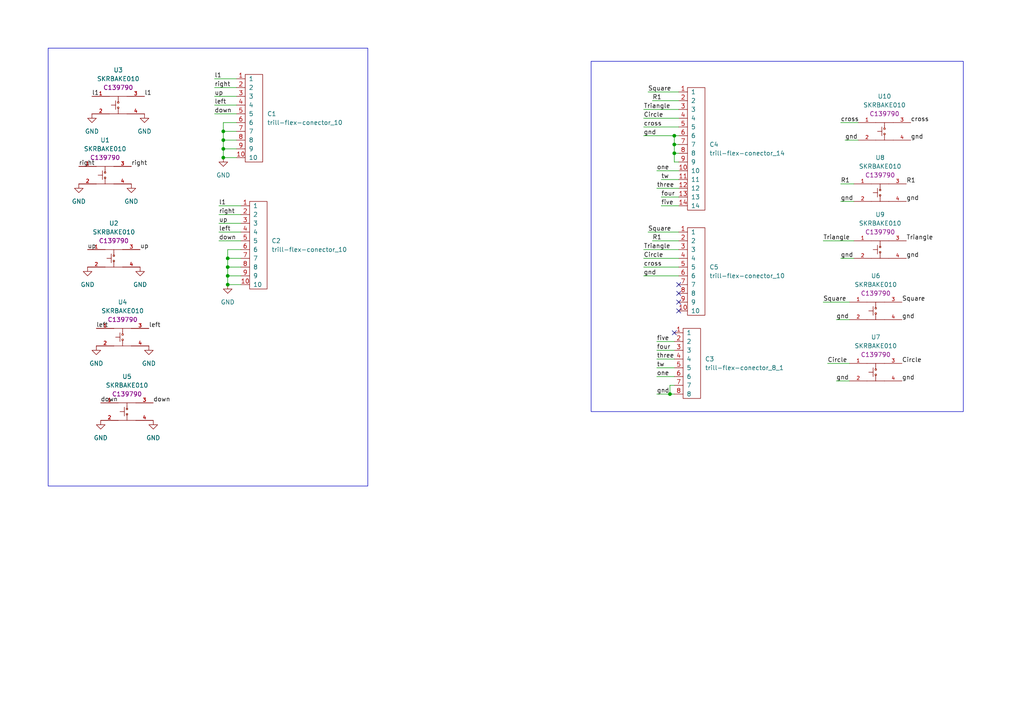
<source format=kicad_sch>
(kicad_sch (version 20230121) (generator eeschema)
  (paper "A4")
  (lib_symbols
    (symbol "JLCPCB_schematic:SKRBAKE010" (pin_names hide)
      (property "Reference" "U" (at 0 1.27 0))
      (property "Value" "SKRBAKE010" (at 0 -2.54 0))
      (property "LCSC" "C139790" (at 0 0 0))
      (symbol "SKRBAKE010_0_0"
        (circle (center 0 -13.462) (radius 0.254) (fill (type background)))
        (circle (center 0 -11.938) (radius 0.254) (fill (type background)))
        (polyline (pts (xy -2.54 -15.24) (xy 2.54 -15.24)))
        (polyline (pts (xy -2.54 -10.16) (xy 2.54 -10.16)))
        (polyline (pts (xy -0.762 -13.97) (xy -0.762 -11.43)))
        (polyline (pts (xy -0.762 -12.7) (xy -2.032 -12.7)))
        (polyline (pts (xy 0 -15.24) (xy 0 -13.462)))
        (polyline (pts (xy 0 -11.176) (xy 0 -11.938)))
        (polyline (pts (xy 0 -10.16) (xy 0 -11.176)))
        (pin unspecified line (at -7.62 -10.16 0) (length 5.08) (name "1") (number "1"))
        (pin unspecified line (at -7.62 -15.24 0) (length 5.08) (name "2") (number "2"))
        (pin unspecified line (at 7.62 -10.16 180) (length 5.08) (name "3") (number "3"))
        (pin unspecified line (at 7.62 -15.24 180) (length 5.08) (name "4") (number "4"))
      )
    )
    (symbol "consolizer:flex-conector_10" (pin_names (offset 1.016))
      (property "Reference" "C" (at 0 2.54 0))
      (property "Value" "flex-conector_10" (at 0 5.08 0))
      (symbol "flex-conector_10_0_1"
        (rectangle (start -2.54 -2.54) (end 2.54 -27.94))
      )
      (symbol "flex-conector_10_1_1"
        (pin input line (at -5.08 -3.81 0) (length 2.54) (name "1") (number "1"))
        (pin input line (at -5.08 -26.67 0) (length 2.54) (name "10") (number "10"))
        (pin input line (at -5.08 -6.35 0) (length 2.54) (name "2") (number "2"))
        (pin input line (at -5.08 -8.89 0) (length 2.54) (name "3") (number "3"))
        (pin input line (at -5.08 -11.43 0) (length 2.54) (name "4") (number "4"))
        (pin input line (at -5.08 -13.97 0) (length 2.54) (name "5") (number "5"))
        (pin input line (at -5.08 -16.51 0) (length 2.54) (name "6") (number "6"))
        (pin input line (at -5.08 -19.05 0) (length 2.54) (name "7") (number "7"))
        (pin input line (at -5.08 -21.59 0) (length 2.54) (name "8") (number "8"))
        (pin input line (at -5.08 -24.13 0) (length 2.54) (name "9") (number "9"))
      )
    )
    (symbol "consolizer:flex-conector_14" (pin_names (offset 1.016))
      (property "Reference" "C" (at 0 2.54 0))
      (property "Value" "flex-conector_14" (at 0 5.08 0))
      (symbol "flex-conector_14_0_1"
        (rectangle (start -2.54 -2.54) (end 2.54 -38.1))
      )
      (symbol "flex-conector_14_1_1"
        (pin input line (at -5.08 -3.81 0) (length 2.54) (name "1") (number "1"))
        (pin input line (at -5.08 -26.67 0) (length 2.54) (name "10") (number "10"))
        (pin input line (at -5.08 -29.21 0) (length 2.54) (name "11") (number "11"))
        (pin input line (at -5.08 -31.75 0) (length 2.54) (name "12") (number "12"))
        (pin input line (at -5.08 -34.29 0) (length 2.54) (name "13") (number "13"))
        (pin input line (at -5.08 -36.83 0) (length 2.54) (name "14") (number "14"))
        (pin input line (at -5.08 -6.35 0) (length 2.54) (name "2") (number "2"))
        (pin input line (at -5.08 -8.89 0) (length 2.54) (name "3") (number "3"))
        (pin input line (at -5.08 -11.43 0) (length 2.54) (name "4") (number "4"))
        (pin input line (at -5.08 -13.97 0) (length 2.54) (name "5") (number "5"))
        (pin input line (at -5.08 -16.51 0) (length 2.54) (name "6") (number "6"))
        (pin input line (at -5.08 -19.05 0) (length 2.54) (name "7") (number "7"))
        (pin input line (at -5.08 -21.59 0) (length 2.54) (name "8") (number "8"))
        (pin input line (at -5.08 -24.13 0) (length 2.54) (name "9") (number "9"))
      )
    )
    (symbol "consolizer:flex-conector_8" (pin_names (offset 1.016))
      (property "Reference" "C" (at 0 2.54 0))
      (property "Value" "flex-conector_8" (at 0 5.08 0))
      (symbol "flex-conector_8_0_1"
        (rectangle (start -2.54 -2.54) (end 2.54 -22.86))
      )
      (symbol "flex-conector_8_1_1"
        (pin input line (at -5.08 -3.81 0) (length 2.54) (name "1") (number "1"))
        (pin input line (at -5.08 -6.35 0) (length 2.54) (name "2") (number "2"))
        (pin input line (at -5.08 -8.89 0) (length 2.54) (name "3") (number "3"))
        (pin input line (at -5.08 -11.43 0) (length 2.54) (name "4") (number "4"))
        (pin input line (at -5.08 -13.97 0) (length 2.54) (name "5") (number "5"))
        (pin input line (at -5.08 -16.51 0) (length 2.54) (name "6") (number "6"))
        (pin input line (at -5.08 -19.05 0) (length 2.54) (name "7") (number "7"))
        (pin input line (at -5.08 -21.59 0) (length 2.54) (name "8") (number "8"))
      )
    )
    (symbol "consolizer:trill-flex-conector_10" (pin_names (offset 1.016))
      (property "Reference" "C" (at 0 2.54 0))
      (property "Value" "trill-flex-conector_10" (at 0 5.08 0))
      (symbol "trill-flex-conector_10_0_1"
        (rectangle (start -2.54 -2.54) (end 2.54 -27.94))
      )
      (symbol "trill-flex-conector_10_1_1"
        (pin input line (at -5.08 -3.81 0) (length 2.54) (name "1") (number "1"))
        (pin input line (at -5.08 -26.67 0) (length 2.54) (name "10") (number "10"))
        (pin input line (at -5.08 -6.35 0) (length 2.54) (name "2") (number "2"))
        (pin input line (at -5.08 -8.89 0) (length 2.54) (name "3") (number "3"))
        (pin input line (at -5.08 -11.43 0) (length 2.54) (name "4") (number "4"))
        (pin input line (at -5.08 -13.97 0) (length 2.54) (name "5") (number "5"))
        (pin input line (at -5.08 -16.51 0) (length 2.54) (name "6") (number "6"))
        (pin input line (at -5.08 -19.05 0) (length 2.54) (name "7") (number "7"))
        (pin input line (at -5.08 -21.59 0) (length 2.54) (name "8") (number "8"))
        (pin input line (at -5.08 -24.13 0) (length 2.54) (name "9") (number "9"))
      )
    )
    (symbol "power:GND" (power) (pin_names (offset 0))
      (property "Value" "GND" (at 0 -3.81 0))
      (symbol "GND_0_1"
        (polyline (pts (xy 0 0) (xy 0 -1.27) (xy 1.27 -1.27) (xy 0 -2.54) (xy -1.27 -1.27) (xy 0 -1.27)))
      )
      (symbol "GND_1_1"
        (pin power_in line (at 0 0 270) (length 0) hide (name "GND") (number "1"))
      )
    )
  )
  (junction (at 66.04 77.47))
  (junction (at 64.77 43.18))
  (junction (at 66.04 80.01))
  (junction (at 64.77 40.64))
  (junction (at 66.04 74.93))
  (junction (at 66.04 82.55))
  (junction (at 64.77 38.1))
  (junction (at 64.77 45.72))
  (junction (at 195.58 44.45))
  (junction (at 194.31 114.3))
  (junction (at 195.58 39.37))
  (junction (at 195.58 41.91))
  (no_connect (at 195.58 96.52))
  (no_connect (at 196.85 82.55))
  (no_connect (at 196.85 87.63))
  (no_connect (at 196.85 85.09))
  (no_connect (at 196.85 90.17))
  (wire (pts (xy 190.5 54.61) (xy 196.85 54.61)))
  (wire (pts (xy 191.77 59.69) (xy 196.85 59.69)))
  (wire (pts (xy 186.69 80.01) (xy 196.85 80.01)))
  (wire (pts (xy 196.85 44.45) (xy 195.58 44.45)))
  (wire (pts (xy 62.23 30.48) (xy 68.58 30.48)))
  (wire (pts (xy 243.84 58.42) (xy 247.65 58.42)))
  (wire (pts (xy 243.84 35.56) (xy 248.92 35.56)))
  (wire (pts (xy 66.04 72.39) (xy 66.04 74.93)))
  (wire (pts (xy 63.5 62.23) (xy 69.85 62.23)))
  (wire (pts (xy 190.5 99.06) (xy 195.58 99.06)))
  (wire (pts (xy 242.57 110.49) (xy 246.38 110.49)))
  (wire (pts (xy 69.85 74.93) (xy 66.04 74.93)))
  (wire (pts (xy 195.58 111.76) (xy 194.31 111.76)))
  (wire (pts (xy 245.11 40.64) (xy 248.92 40.64)))
  (wire (pts (xy 64.77 45.72) (xy 68.58 45.72)))
  (wire (pts (xy 62.23 25.4) (xy 68.58 25.4)))
  (wire (pts (xy 63.5 59.69) (xy 69.85 59.69)))
  (wire (pts (xy 195.58 46.99) (xy 195.58 44.45)))
  (wire (pts (xy 195.58 41.91) (xy 195.58 39.37)))
  (wire (pts (xy 64.77 43.18) (xy 64.77 45.72)))
  (wire (pts (xy 242.57 92.71) (xy 246.38 92.71)))
  (wire (pts (xy 62.23 22.86) (xy 68.58 22.86)))
  (wire (pts (xy 69.85 80.01) (xy 66.04 80.01)))
  (wire (pts (xy 190.5 49.53) (xy 196.85 49.53)))
  (wire (pts (xy 69.85 72.39) (xy 66.04 72.39)))
  (wire (pts (xy 66.04 80.01) (xy 66.04 82.55)))
  (wire (pts (xy 196.85 46.99) (xy 195.58 46.99)))
  (wire (pts (xy 62.23 27.94) (xy 68.58 27.94)))
  (wire (pts (xy 190.5 106.68) (xy 195.58 106.68)))
  (wire (pts (xy 187.96 26.67) (xy 196.85 26.67)))
  (wire (pts (xy 187.96 67.31) (xy 196.85 67.31)))
  (wire (pts (xy 68.58 35.56) (xy 64.77 35.56)))
  (wire (pts (xy 190.5 109.22) (xy 195.58 109.22)))
  (wire (pts (xy 66.04 82.55) (xy 69.85 82.55)))
  (wire (pts (xy 243.84 74.93) (xy 247.65 74.93)))
  (wire (pts (xy 238.76 87.63) (xy 246.38 87.63)))
  (wire (pts (xy 63.5 67.31) (xy 69.85 67.31)))
  (wire (pts (xy 194.31 114.3) (xy 195.58 114.3)))
  (wire (pts (xy 69.85 77.47) (xy 66.04 77.47)))
  (wire (pts (xy 238.76 69.85) (xy 247.65 69.85)))
  (wire (pts (xy 194.31 111.76) (xy 194.31 114.3)))
  (wire (pts (xy 186.69 72.39) (xy 196.85 72.39)))
  (wire (pts (xy 186.69 39.37) (xy 195.58 39.37)))
  (wire (pts (xy 62.23 33.02) (xy 68.58 33.02)))
  (wire (pts (xy 66.04 74.93) (xy 66.04 77.47)))
  (wire (pts (xy 195.58 44.45) (xy 195.58 41.91)))
  (wire (pts (xy 191.77 57.15) (xy 196.85 57.15)))
  (wire (pts (xy 189.23 29.21) (xy 196.85 29.21)))
  (wire (pts (xy 195.58 39.37) (xy 196.85 39.37)))
  (wire (pts (xy 186.69 31.75) (xy 196.85 31.75)))
  (wire (pts (xy 64.77 35.56) (xy 64.77 38.1)))
  (wire (pts (xy 186.69 36.83) (xy 196.85 36.83)))
  (wire (pts (xy 68.58 43.18) (xy 64.77 43.18)))
  (wire (pts (xy 64.77 38.1) (xy 64.77 40.64)))
  (wire (pts (xy 240.03 105.41) (xy 246.38 105.41)))
  (wire (pts (xy 186.69 34.29) (xy 196.85 34.29)))
  (wire (pts (xy 186.69 77.47) (xy 196.85 77.47)))
  (wire (pts (xy 190.5 101.6) (xy 195.58 101.6)))
  (wire (pts (xy 191.77 52.07) (xy 196.85 52.07)))
  (wire (pts (xy 190.5 114.3) (xy 194.31 114.3)))
  (wire (pts (xy 186.69 74.93) (xy 196.85 74.93)))
  (wire (pts (xy 243.84 53.34) (xy 247.65 53.34)))
  (wire (pts (xy 196.85 41.91) (xy 195.58 41.91)))
  (wire (pts (xy 64.77 40.64) (xy 64.77 43.18)))
  (wire (pts (xy 190.5 104.14) (xy 195.58 104.14)))
  (wire (pts (xy 66.04 77.47) (xy 66.04 80.01)))
  (wire (pts (xy 63.5 64.77) (xy 69.85 64.77)))
  (wire (pts (xy 189.23 69.85) (xy 196.85 69.85)))
  (wire (pts (xy 68.58 38.1) (xy 64.77 38.1)))
  (wire (pts (xy 68.58 40.64) (xy 64.77 40.64)))
  (wire (pts (xy 63.5 69.85) (xy 69.85 69.85)))
  (rectangle (start 171.45 17.78) (end 279.4 119.38))
  (rectangle (start 13.97 13.97) (end 106.68 140.97))
  (label "down" (at 62.23 33.02 0))
  (label "left" (at 63.5 67.31 0))
  (label "gnd" (at 242.57 92.71 0))
  (label "l1" (at 63.5 59.69 0))
  (label "four" (at 191.77 57.15 0))
  (label "gnd" (at 243.84 74.93 0))
  (label "left" (at 27.94 95.25 0))
  (label "up" (at 62.23 27.94 0))
  (label "Circle" (at 261.62 105.41 0))
  (label "one" (at 190.5 49.53 0))
  (label "gnd" (at 186.69 80.01 0))
  (label "cross" (at 243.84 35.56 0))
  (label "Square" (at 187.96 26.67 0))
  (label "tw" (at 191.77 52.07 0))
  (label "gnd" (at 261.62 92.71 0))
  (label "one" (at 190.5 109.22 0))
  (label "five" (at 191.77 59.69 0))
  (label "tw" (at 190.5 106.68 0))
  (label "Triangle" (at 186.69 72.39 0))
  (label "gnd" (at 243.84 58.42 0))
  (label "gnd" (at 262.89 74.93 0))
  (label "R1" (at 189.23 69.85 0))
  (label "Square" (at 261.62 87.63 0))
  (label "up" (at 25.4 72.39 0))
  (label "Triangle" (at 186.69 31.75 0))
  (label "R1" (at 243.84 53.34 0))
  (label "Square" (at 187.96 67.31 0))
  (label "Circle" (at 186.69 74.93 0))
  (label "l1" (at 26.67 27.94 0))
  (label "cross" (at 186.69 36.83 0))
  (label "R1" (at 189.23 29.21 0))
  (label "up" (at 63.5 64.77 0))
  (label "down" (at 44.45 116.84 0))
  (label "gnd" (at 261.62 110.49 0))
  (label "gnd" (at 245.11 40.64 0))
  (label "left" (at 62.23 30.48 0))
  (label "l1" (at 41.91 27.94 0))
  (label "three" (at 190.5 104.14 0))
  (label "gnd" (at 242.57 110.49 0))
  (label "up" (at 40.64 72.39 0))
  (label "left" (at 43.18 95.25 0))
  (label "gnd" (at 190.5 114.3 0))
  (label "right" (at 63.5 62.23 0))
  (label "right" (at 62.23 25.4 0))
  (label "four" (at 190.5 101.6 0))
  (label "R1" (at 262.89 53.34 0))
  (label "down" (at 29.21 116.84 0))
  (label "five" (at 190.5 99.06 0))
  (label "cross" (at 264.16 35.56 0))
  (label "gnd" (at 186.69 39.37 0))
  (label "three" (at 190.5 54.61 0))
  (label "right" (at 38.1 48.26 0))
  (label "Square" (at 238.76 87.63 0))
  (label "Triangle" (at 262.89 69.85 0))
  (label "down" (at 63.5 69.85 0))
  (label "Triangle" (at 238.76 69.85 0))
  (label "l1" (at 62.23 22.86 0))
  (label "right" (at 22.86 48.26 0))
  (label "gnd" (at 264.16 40.64 0))
  (label "cross" (at 186.69 77.47 0))
  (label "gnd" (at 262.89 58.42 0))
  (label "Circle" (at 240.03 105.41 0))
  (label "Circle" (at 186.69 34.29 0))
  (symbol (lib_id "power:GND") (at 41.91 33.02 0) (unit 1)
    (property "Reference" "#PWR08" (effects hide))
    (property "Value" "GND" (at 41.91 38.1 0))
  )
  (symbol (lib_id "power:GND") (at 25.4 77.47 0) (unit 1)
    (property "Reference" "#PWR02" (effects hide))
    (property "Value" "GND" (at 25.4 82.55 0))
  )
  (symbol (lib_id "consolizer:flex-conector_10") (at 73.66 19.05 0) (unit 1)
    (property "Reference" "C1" (at 77.47 33.0199 0) (effects (justify left)))
    (property "Value" "trill-flex-conector_10" (at 77.47 35.5599 0) (effects (justify left)))
    (property "Footprint" "consolizer:flex_long_10" (effects hide))
  )
  (symbol (lib_id "JLCPCB_schematic:SKRBAKE010") (at 255.27 43.18 0) (unit 1)
    (property "Reference" "U8" (at 255.27 45.72 0))
    (property "Value" "SKRBAKE010" (at 255.27 48.26 0))
    (property "Footprint" "JLCPCB_footprint:KEY-SMD_4P-L4.0-W4.8-P3.90-LS4.8" (effects hide))
    (property "Datasheet" "https://item.szlcsc.com/151114.html" (effects hide))
    (property "LCSC" "C139790" (at 255.27 50.8 0))
  )
  (symbol (lib_id "power:GND") (at 26.67 33.02 0) (unit 1)
    (property "Reference" "#PWR03" (effects hide))
    (property "Value" "GND" (at 26.67 38.1 0))
  )
  (symbol (lib_id "power:GND") (at 43.18 100.33 0) (unit 1)
    (property "Reference" "#PWR09" (effects hide))
    (property "Value" "GND" (at 43.18 105.41 0))
  )
  (symbol (lib_id "JLCPCB_schematic:SKRBAKE010") (at 255.27 59.69 0) (unit 1)
    (property "Reference" "U9" (at 255.27 62.23 0))
    (property "Value" "SKRBAKE010" (at 255.27 64.77 0))
    (property "Footprint" "JLCPCB_footprint:KEY-SMD_4P-L4.0-W4.8-P3.90-LS4.8" (effects hide))
    (property "Datasheet" "https://item.szlcsc.com/151114.html" (effects hide))
    (property "LCSC" "C139790" (at 255.27 67.31 0))
  )
  (symbol (lib_id "power:GND") (at 44.45 121.92 0) (unit 1)
    (property "Reference" "#PWR010" (effects hide))
    (property "Value" "GND" (at 44.45 127 0))
  )
  (symbol (lib_id "power:GND") (at 40.64 77.47 0) (unit 1)
    (property "Reference" "#PWR07" (effects hide))
    (property "Value" "GND" (at 40.64 82.55 0))
  )
  (symbol (lib_id "consolizer:flex-conector_14") (at 201.93 22.86 0) (unit 1)
    (property "Reference" "C4" (at 205.74 41.91 0) (effects (justify left)))
    (property "Value" "trill-flex-conector_14" (at 205.74 44.45 0) (effects (justify left)))
    (property "Footprint" "consolizer:flex_long_14" (effects hide))
  )
  (symbol (lib_id "JLCPCB_schematic:SKRBAKE010") (at 30.48 38.1 0) (unit 1)
    (property "Reference" "U1" (at 30.48 40.64 0))
    (property "Value" "SKRBAKE010" (at 30.48 43.18 0))
    (property "Footprint" "JLCPCB_footprint:KEY-SMD_4P-L4.0-W4.8-P3.90-LS4.8" (effects hide))
    (property "Datasheet" "https://item.szlcsc.com/151114.html" (effects hide))
    (property "LCSC" "C139790" (at 30.48 45.72 0))
  )
  (symbol (lib_id "power:GND") (at 64.77 45.72 0) (unit 1)
    (property "Reference" "#PWR011" (effects hide))
    (property "Value" "GND" (at 64.77 50.8 0))
  )
  (symbol (lib_id "JLCPCB_schematic:SKRBAKE010") (at 254 95.25 0) (unit 1)
    (property "Reference" "U7" (at 254 97.79 0))
    (property "Value" "SKRBAKE010" (at 254 100.33 0))
    (property "Footprint" "JLCPCB_footprint:KEY-SMD_4P-L4.0-W4.8-P3.90-LS4.8" (effects hide))
    (property "Datasheet" "https://item.szlcsc.com/151114.html" (effects hide))
    (property "LCSC" "C139790" (at 254 102.87 0))
  )
  (symbol (lib_id "JLCPCB_schematic:SKRBAKE010") (at 34.29 17.78 0) (unit 1)
    (property "Reference" "U3" (at 34.29 20.32 0))
    (property "Value" "SKRBAKE010" (at 34.29 22.86 0))
    (property "Footprint" "JLCPCB_footprint:KEY-SMD_4P-L4.0-W4.8-P3.90-LS4.8" (effects hide))
    (property "Datasheet" "https://item.szlcsc.com/151114.html" (effects hide))
    (property "LCSC" "C139790" (at 34.29 25.4 0))
  )
  (symbol (lib_id "JLCPCB_schematic:SKRBAKE010") (at 254 77.47 0) (unit 1)
    (property "Reference" "U6" (at 254 80.01 0))
    (property "Value" "SKRBAKE010" (at 254 82.55 0))
    (property "Footprint" "JLCPCB_footprint:KEY-SMD_4P-L4.0-W4.8-P3.90-LS4.8" (effects hide))
    (property "Datasheet" "https://item.szlcsc.com/151114.html" (effects hide))
    (property "LCSC" "C139790" (at 254 85.09 0))
  )
  (symbol (lib_id "JLCPCB_schematic:SKRBAKE010") (at 33.02 62.23 0) (unit 1)
    (property "Reference" "U2" (at 33.02 64.77 0))
    (property "Value" "SKRBAKE010" (at 33.02 67.31 0))
    (property "Footprint" "JLCPCB_footprint:KEY-SMD_4P-L4.0-W4.8-P3.90-LS4.8" (effects hide))
    (property "Datasheet" "https://item.szlcsc.com/151114.html" (effects hide))
    (property "LCSC" "C139790" (at 33.02 69.85 0))
  )
  (symbol (lib_id "power:GND") (at 22.86 53.34 0) (unit 1)
    (property "Reference" "#PWR01" (effects hide))
    (property "Value" "GND" (at 22.86 58.42 0))
  )
  (symbol (lib_id "consolizer:flex-conector_10") (at 74.93 55.88 0) (unit 1)
    (property "Reference" "C2" (at 78.74 69.8499 0) (effects (justify left)))
    (property "Value" "trill-flex-conector_10" (at 78.74 72.3899 0) (effects (justify left)))
    (property "Footprint" "consolizer:flex_long_10" (effects hide))
  )
  (symbol (lib_id "power:GND") (at 66.04 82.55 0) (unit 1)
    (property "Reference" "#PWR012" (effects hide))
    (property "Value" "GND" (at 66.04 87.63 0))
  )
  (symbol (lib_id "consolizer:trill-flex-conector_10") (at 201.93 63.5 0) (unit 1)
    (property "Reference" "C5" (at 205.74 77.47 0) (effects (justify left)))
    (property "Value" "trill-flex-conector_10" (at 205.74 80.01 0) (effects (justify left)))
    (property "Footprint" "consolizer:flex_short_10" (effects hide))
  )
  (symbol (lib_id "JLCPCB_schematic:SKRBAKE010") (at 256.54 25.4 0) (unit 1)
    (property "Reference" "U10" (at 256.54 27.94 0))
    (property "Value" "SKRBAKE010" (at 256.54 30.48 0))
    (property "Footprint" "JLCPCB_footprint:KEY-SMD_4P-L4.0-W4.8-P3.90-LS4.8" (effects hide))
    (property "Datasheet" "https://item.szlcsc.com/151114.html" (effects hide))
    (property "LCSC" "C139790" (at 256.54 33.02 0))
  )
  (symbol (lib_id "JLCPCB_schematic:SKRBAKE010") (at 35.56 85.09 0) (unit 1)
    (property "Reference" "U4" (at 35.56 87.63 0))
    (property "Value" "SKRBAKE010" (at 35.56 90.17 0))
    (property "Footprint" "JLCPCB_footprint:KEY-SMD_4P-L4.0-W4.8-P3.90-LS4.8" (effects hide))
    (property "Datasheet" "https://item.szlcsc.com/151114.html" (effects hide))
    (property "LCSC" "C139790" (at 35.56 92.71 0))
  )
  (symbol (lib_id "consolizer:flex-conector_8") (at 200.66 92.71 0) (unit 1)
    (property "Reference" "C3" (at 204.47 104.1399 0) (effects (justify left)))
    (property "Value" "trill-flex-conector_8_1" (at 204.47 106.6799 0) (effects (justify left)))
    (property "Footprint" "consolizer:flex_long_8" (effects hide))
  )
  (symbol (lib_id "power:GND") (at 29.21 121.92 0) (unit 1)
    (property "Reference" "#PWR05" (effects hide))
    (property "Value" "GND" (at 29.21 127 0))
  )
  (symbol (lib_id "JLCPCB_schematic:SKRBAKE010") (at 36.83 106.68 0) (unit 1)
    (property "Reference" "U5" (at 36.83 109.22 0))
    (property "Value" "SKRBAKE010" (at 36.83 111.76 0))
    (property "Footprint" "JLCPCB_footprint:KEY-SMD_4P-L4.0-W4.8-P3.90-LS4.8" (effects hide))
    (property "Datasheet" "https://item.szlcsc.com/151114.html" (effects hide))
    (property "LCSC" "C139790" (at 36.83 114.3 0))
  )
  (symbol (lib_id "power:GND") (at 27.94 100.33 0) (unit 1)
    (property "Reference" "#PWR04" (effects hide))
    (property "Value" "GND" (at 27.94 105.41 0))
  )
  (symbol (lib_id "power:GND") (at 38.1 53.34 0) (unit 1)
    (property "Reference" "#PWR06" (effects hide))
    (property "Value" "GND" (at 38.1 58.42 0))
  )
)
</source>
